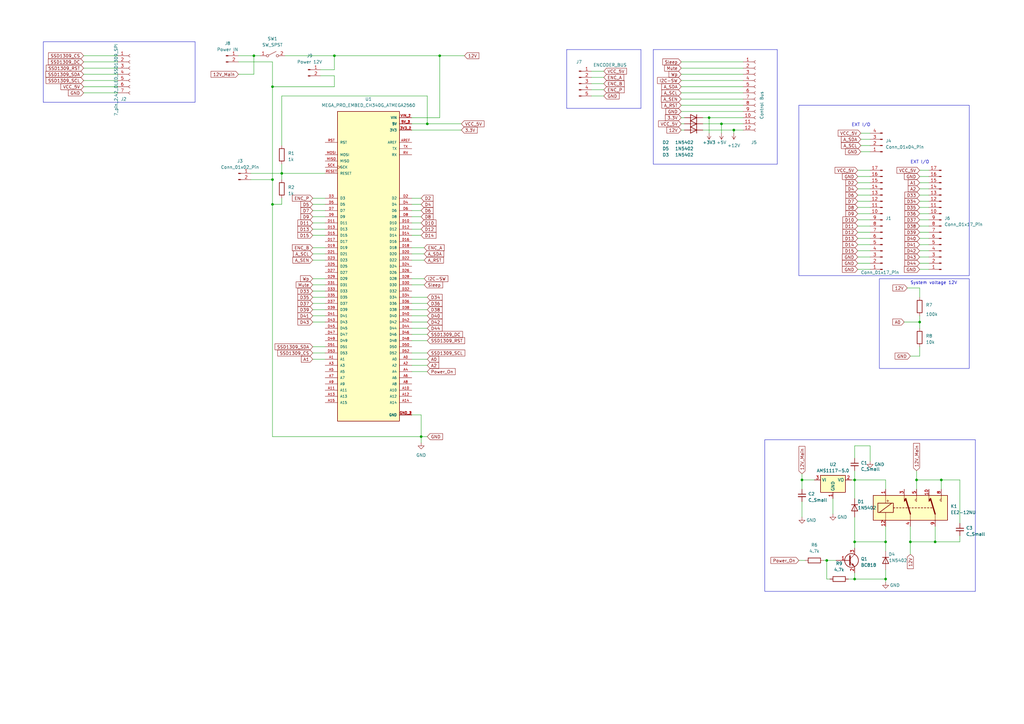
<source format=kicad_sch>
(kicad_sch (version 20231120) (generator "eeschema") (generator_version "8.0")
  (paper "A3")
  (lib_symbols
    (symbol "+5V_1" (power) (pin_names (offset 0))
      (property "Value" "+5V_1" (at 0 3.556 0))
      (symbol "+5V_1_1_1"
        (pin power_in line (at 0 0 90) (length 0) hide (name "+5V") (number "1"))
      )
    )
    (symbol "Connector:Conn_01x02_Male" (pin_names (offset 1.016) hide)
      (property "Reference" "J" (at 0 2.54 0))
      (property "Value" "Conn_01x02_Male" (at 0 -5.08 0))
      (symbol "Conn_01x02_Male_1_1"
        (pin passive line (at 5.08 0 180) (length 3.81) (name "Pin_1") (number "1"))
        (pin passive line (at 5.08 -2.54 180) (length 3.81) (name "Pin_2") (number "2"))
      )
    )
    (symbol "Connector:Conn_01x02_Pin" (pin_names (offset 1.016) hide)
      (property "Reference" "J" (at 0 2.54 0))
      (property "Value" "Conn_01x02_Pin" (at 0 -5.08 0))
      (symbol "Conn_01x02_Pin_1_1"
        (pin passive line (at 5.08 0 180) (length 3.81) (name "Pin_1") (number "1"))
        (pin passive line (at 5.08 -2.54 180) (length 3.81) (name "Pin_2") (number "2"))
      )
    )
    (symbol "Connector:Conn_01x04_Pin" (pin_names (offset 1.016) hide)
      (property "Reference" "J" (at 0 5.08 0))
      (property "Value" "Conn_01x04_Pin" (at 0 -7.62 0))
      (symbol "Conn_01x04_Pin_1_1"
        (pin passive line (at 5.08 2.54 180) (length 3.81) (name "Pin_1") (number "1"))
        (pin passive line (at 5.08 0 180) (length 3.81) (name "Pin_2") (number "2"))
        (pin passive line (at 5.08 -2.54 180) (length 3.81) (name "Pin_3") (number "3"))
        (pin passive line (at 5.08 -5.08 180) (length 3.81) (name "Pin_4") (number "4"))
      )
    )
    (symbol "Connector:Conn_01x05_Male" (pin_names (offset 1.016) hide)
      (property "Reference" "J" (at 0 7.62 0))
      (property "Value" "Conn_01x05_Male" (at 0 -7.62 0))
      (symbol "Conn_01x05_Male_1_1"
        (pin passive line (at 5.08 5.08 180) (length 3.81) (name "Pin_1") (number "1"))
        (pin passive line (at 5.08 2.54 180) (length 3.81) (name "Pin_2") (number "2"))
        (pin passive line (at 5.08 0 180) (length 3.81) (name "Pin_3") (number "3"))
        (pin passive line (at 5.08 -2.54 180) (length 3.81) (name "Pin_4") (number "4"))
        (pin passive line (at 5.08 -5.08 180) (length 3.81) (name "Pin_5") (number "5"))
      )
    )
    (symbol "Connector:Conn_01x07_Female" (pin_names (offset 1.016) hide)
      (property "Reference" "J" (at 0 10.16 0))
      (property "Value" "Conn_01x07_Female" (at 0 -10.16 0))
      (symbol "Conn_01x07_Female_1_1"
        (pin passive line (at -5.08 7.62 0) (length 3.81) (name "Pin_1") (number "1"))
        (pin passive line (at -5.08 5.08 0) (length 3.81) (name "Pin_2") (number "2"))
        (pin passive line (at -5.08 2.54 0) (length 3.81) (name "Pin_3") (number "3"))
        (pin passive line (at -5.08 0 0) (length 3.81) (name "Pin_4") (number "4"))
        (pin passive line (at -5.08 -2.54 0) (length 3.81) (name "Pin_5") (number "5"))
        (pin passive line (at -5.08 -5.08 0) (length 3.81) (name "Pin_6") (number "6"))
        (pin passive line (at -5.08 -7.62 0) (length 3.81) (name "Pin_7") (number "7"))
      )
    )
    (symbol "Connector:Conn_01x12_Female" (pin_names (offset 1.016) hide)
      (property "Reference" "J" (at 0 15.24 0))
      (property "Value" "Conn_01x12_Female" (at 0 -17.78 0))
      (symbol "Conn_01x12_Female_1_1"
        (pin passive line (at -5.08 12.7 0) (length 3.81) (name "Pin_1") (number "1"))
        (pin passive line (at -5.08 -10.16 0) (length 3.81) (name "Pin_10") (number "10"))
        (pin passive line (at -5.08 -12.7 0) (length 3.81) (name "Pin_11") (number "11"))
        (pin passive line (at -5.08 -15.24 0) (length 3.81) (name "Pin_12") (number "12"))
        (pin passive line (at -5.08 10.16 0) (length 3.81) (name "Pin_2") (number "2"))
        (pin passive line (at -5.08 7.62 0) (length 3.81) (name "Pin_3") (number "3"))
        (pin passive line (at -5.08 5.08 0) (length 3.81) (name "Pin_4") (number "4"))
        (pin passive line (at -5.08 2.54 0) (length 3.81) (name "Pin_5") (number "5"))
        (pin passive line (at -5.08 0 0) (length 3.81) (name "Pin_6") (number "6"))
        (pin passive line (at -5.08 -2.54 0) (length 3.81) (name "Pin_7") (number "7"))
        (pin passive line (at -5.08 -5.08 0) (length 3.81) (name "Pin_8") (number "8"))
        (pin passive line (at -5.08 -7.62 0) (length 3.81) (name "Pin_9") (number "9"))
      )
    )
    (symbol "Connector:Conn_01x17_Pin" (pin_names (offset 1.016) hide)
      (property "Reference" "J" (at 0 22.86 0))
      (property "Value" "Conn_01x17_Pin" (at 0 -22.86 0))
      (symbol "Conn_01x17_Pin_1_1"
        (pin passive line (at 5.08 20.32 180) (length 3.81) (name "Pin_1") (number "1"))
        (pin passive line (at 5.08 -2.54 180) (length 3.81) (name "Pin_10") (number "10"))
        (pin passive line (at 5.08 -5.08 180) (length 3.81) (name "Pin_11") (number "11"))
        (pin passive line (at 5.08 -7.62 180) (length 3.81) (name "Pin_12") (number "12"))
        (pin passive line (at 5.08 -10.16 180) (length 3.81) (name "Pin_13") (number "13"))
        (pin passive line (at 5.08 -12.7 180) (length 3.81) (name "Pin_14") (number "14"))
        (pin passive line (at 5.08 -15.24 180) (length 3.81) (name "Pin_15") (number "15"))
        (pin passive line (at 5.08 -17.78 180) (length 3.81) (name "Pin_16") (number "16"))
        (pin passive line (at 5.08 -20.32 180) (length 3.81) (name "Pin_17") (number "17"))
        (pin passive line (at 5.08 17.78 180) (length 3.81) (name "Pin_2") (number "2"))
        (pin passive line (at 5.08 15.24 180) (length 3.81) (name "Pin_3") (number "3"))
        (pin passive line (at 5.08 12.7 180) (length 3.81) (name "Pin_4") (number "4"))
        (pin passive line (at 5.08 10.16 180) (length 3.81) (name "Pin_5") (number "5"))
        (pin passive line (at 5.08 7.62 180) (length 3.81) (name "Pin_6") (number "6"))
        (pin passive line (at 5.08 5.08 180) (length 3.81) (name "Pin_7") (number "7"))
        (pin passive line (at 5.08 2.54 180) (length 3.81) (name "Pin_8") (number "8"))
        (pin passive line (at 5.08 0 180) (length 3.81) (name "Pin_9") (number "9"))
      )
    )
    (symbol "Device:C_Small" (pin_numbers hide) (pin_names (offset 0.254) hide)
      (property "Reference" "C" (at 0.254 1.778 0))
      (property "Value" "C_Small" (at 0.254 -2.032 0))
      (symbol "C_Small_1_1"
        (pin passive line (at 0 2.54 270) (length 2.032) (name "~") (number "1"))
        (pin passive line (at 0 -2.54 90) (length 2.032) (name "~") (number "2"))
      )
    )
    (symbol "Device:R" (pin_numbers hide) (pin_names (offset 0))
      (property "Reference" "R" (at 2.032 0 90))
      (property "Value" "R" (at 0 0 90))
      (symbol "R_1_1"
        (pin passive line (at 0 3.81 270) (length 1.27) (name "~") (number "1"))
        (pin passive line (at 0 -3.81 90) (length 1.27) (name "~") (number "2"))
      )
    )
    (symbol "Diode:1N5402" (pin_numbers hide) (pin_names hide)
      (property "Reference" "D" (at 0 2.54 0))
      (property "Value" "1N5402" (at 0 -2.54 0))
      (symbol "1N5402_1_1"
        (pin passive line (at -3.81 0 0) (length 2.54) (name "K") (number "1"))
        (pin passive line (at 3.81 0 180) (length 2.54) (name "A") (number "2"))
      )
    )
    (symbol "MEGA2560:MEGA_PRO_EMBED_CH340G_ATMEGA2560" (pin_names (offset 1.016))
      (property "Reference" "U" (at -12.7 63.5 0))
      (property "Value" "MEGA_PRO_EMBED_CH340G_{slash}_ATMEGA2560" (at -12.7 -66.04 0))
      (symbol "MEGA_PRO_EMBED_CH340G_ATMEGA2560_0_0"
        (pin power_in line (at 17.78 55.88 180) (length 5.08) (name "3V3") (number "3V3_1"))
        (pin power_in line (at 17.78 55.88 180) (length 5.08) (name "3V3") (number "3V3_2"))
        (pin power_in line (at 17.78 58.42 180) (length 5.08) (name "5V") (number "5V_1"))
        (pin power_in line (at 17.78 58.42 180) (length 5.08) (name "5V") (number "5V_2"))
        (pin power_in line (at 17.78 58.42 180) (length 5.08) (name "5V") (number "5V_3"))
        (pin bidirectional line (at 17.78 -38.1 180) (length 5.08) (name "A0") (number "A0"))
        (pin bidirectional line (at -17.78 -38.1 0) (length 5.08) (name "A1") (number "A1"))
        (pin bidirectional line (at 17.78 -50.8 180) (length 5.08) (name "A10") (number "A10"))
        (pin bidirectional line (at -17.78 -50.8 0) (length 5.08) (name "A11") (number "A11"))
        (pin bidirectional line (at 17.78 -53.34 180) (length 5.08) (name "A12") (number "A12"))
        (pin bidirectional line (at -17.78 -53.34 0) (length 5.08) (name "A13") (number "A13"))
        (pin bidirectional line (at 17.78 -55.88 180) (length 5.08) (name "A14") (number "A14"))
        (pin bidirectional line (at -17.78 -55.88 0) (length 5.08) (name "A15") (number "A15"))
        (pin bidirectional line (at 17.78 -40.64 180) (length 5.08) (name "A2") (number "A2"))
        (pin bidirectional line (at -17.78 -40.64 0) (length 5.08) (name "A3") (number "A3"))
        (pin bidirectional line (at 17.78 -43.18 180) (length 5.08) (name "A4") (number "A4"))
        (pin bidirectional line (at -17.78 -43.18 0) (length 5.08) (name "A5") (number "A5"))
        (pin bidirectional line (at 17.78 -45.72 180) (length 5.08) (name "A6") (number "A6"))
        (pin bidirectional line (at -17.78 -45.72 0) (length 5.08) (name "A7") (number "A7"))
        (pin bidirectional line (at 17.78 -48.26 180) (length 5.08) (name "A8") (number "A8"))
        (pin bidirectional line (at -17.78 -48.26 0) (length 5.08) (name "A9") (number "A9"))
        (pin bidirectional line (at 17.78 50.8 180) (length 5.08) (name "AREF") (number "AREF"))
        (pin bidirectional line (at 17.78 17.78 180) (length 5.08) (name "D10") (number "D10"))
        (pin bidirectional line (at -17.78 17.78 0) (length 5.08) (name "D11") (number "D11"))
        (pin bidirectional line (at 17.78 15.24 180) (length 5.08) (name "D12") (number "D12"))
        (pin bidirectional line (at -17.78 15.24 0) (length 5.08) (name "D13") (number "D13"))
        (pin bidirectional line (at 17.78 12.7 180) (length 5.08) (name "D14") (number "D14"))
        (pin bidirectional line (at -17.78 12.7 0) (length 5.08) (name "D15") (number "D15"))
        (pin bidirectional line (at 17.78 10.16 180) (length 5.08) (name "D16") (number "D16"))
        (pin bidirectional line (at -17.78 10.16 0) (length 5.08) (name "D17") (number "D17"))
        (pin bidirectional line (at 17.78 7.62 180) (length 5.08) (name "D18") (number "D18"))
        (pin bidirectional line (at -17.78 7.62 0) (length 5.08) (name "D19") (number "D19"))
        (pin bidirectional line (at 17.78 27.94 180) (length 5.08) (name "D2") (number "D2"))
        (pin bidirectional line (at 17.78 5.08 180) (length 5.08) (name "D20") (number "D20"))
        (pin bidirectional line (at -17.78 5.08 0) (length 5.08) (name "D21") (number "D21"))
        (pin bidirectional line (at 17.78 2.54 180) (length 5.08) (name "D22") (number "D22"))
        (pin bidirectional line (at -17.78 2.54 0) (length 5.08) (name "D23") (number "D23"))
        (pin bidirectional line (at 17.78 0 180) (length 5.08) (name "D24") (number "D24"))
        (pin bidirectional line (at -17.78 0 0) (length 5.08) (name "D25") (number "D25"))
        (pin bidirectional line (at 17.78 -2.54 180) (length 5.08) (name "D26") (number "D26"))
        (pin bidirectional line (at -17.78 -2.54 0) (length 5.08) (name "D27") (number "D27"))
        (pin bidirectional line (at 17.78 -5.08 180) (length 5.08) (name "D28") (number "D28"))
        (pin bidirectional line (at -17.78 -5.08 0) (length 5.08) (name "D29") (number "D29"))
        (pin bidirectional line (at -17.78 27.94 0) (length 5.08) (name "D3") (number "D3"))
        (pin bidirectional line (at 17.78 -7.62 180) (length 5.08) (name "D30") (number "D30"))
        (pin bidirectional line (at -17.78 -7.62 0) (length 5.08) (name "D31") (number "D31"))
        (pin bidirectional line (at 17.78 -10.16 180) (length 5.08) (name "D32") (number "D32"))
        (pin bidirectional line (at -17.78 -10.16 0) (length 5.08) (name "D33") (number "D33"))
        (pin bidirectional line (at 17.78 -12.7 180) (length 5.08) (name "D34") (number "D34"))
        (pin bidirectional line (at -17.78 -12.7 0) (length 5.08) (name "D35") (number "D35"))
        (pin bidirectional line (at 17.78 -15.24 180) (length 5.08) (name "D36") (number "D36"))
        (pin bidirectional line (at -17.78 -15.24 0) (length 5.08) (name "D37") (number "D37"))
        (pin bidirectional line (at 17.78 -17.78 180) (length 5.08) (name "D38") (number "D38"))
        (pin bidirectional line (at -17.78 -17.78 0) (length 5.08) (name "D39") (number "D39"))
        (pin bidirectional line (at 17.78 25.4 180) (length 5.08) (name "D4") (number "D4"))
        (pin bidirectional line (at 17.78 -20.32 180) (length 5.08) (name "D40") (number "D40"))
        (pin bidirectional line (at -17.78 -20.32 0) (length 5.08) (name "D41") (number "D41"))
        (pin bidirectional line (at 17.78 -22.86 180) (length 5.08) (name "D42") (number "D42"))
        (pin bidirectional line (at -17.78 -22.86 0) (length 5.08) (name "D43") (number "D43"))
        (pin bidirectional line (at 17.78 -25.4 180) (length 5.08) (name "D44") (number "D44"))
        (pin bidirectional line (at -17.78 -25.4 0) (length 5.08) (name "D45") (number "D45"))
        (pin bidirectional line (at 17.78 -27.94 180) (length 5.08) (name "D46") (number "D46"))
        (pin bidirectional line (at -17.78 -27.94 0) (length 5.08) (name "D47") (number "D47"))
        (pin bidirectional line (at 17.78 -30.48 180) (length 5.08) (name "D48") (number "D48"))
        (pin bidirectional line (at -17.78 -30.48 0) (length 5.08) (name "D49") (number "D49"))
        (pin bidirectional line (at -17.78 25.4 0) (length 5.08) (name "D5") (number "D5"))
        (pin bidirectional line (at 17.78 -33.02 180) (length 5.08) (name "D50") (number "D50"))
        (pin bidirectional line (at -17.78 -33.02 0) (length 5.08) (name "D51") (number "D51"))
        (pin bidirectional line (at 17.78 -35.56 180) (length 5.08) (name "D52") (number "D52"))
        (pin bidirectional line (at -17.78 -35.56 0) (length 5.08) (name "D53") (number "D53"))
        (pin bidirectional line (at 17.78 22.86 180) (length 5.08) (name "D6") (number "D6"))
        (pin bidirectional line (at -17.78 22.86 0) (length 5.08) (name "D7") (number "D7"))
        (pin bidirectional line (at 17.78 20.32 180) (length 5.08) (name "D8") (number "D8"))
        (pin bidirectional line (at -17.78 20.32 0) (length 5.08) (name "D9") (number "D9"))
        (pin power_in line (at 17.78 -60.96 180) (length 5.08) (name "GND") (number "GND_1"))
        (pin power_in line (at 17.78 -60.96 180) (length 5.08) (name "GND") (number "GND_2"))
        (pin power_in line (at 17.78 -60.96 180) (length 5.08) (name "GND") (number "GND_3"))
        (pin bidirectional line (at -17.78 43.18 0) (length 5.08) (name "MISO") (number "MISO"))
        (pin bidirectional line (at -17.78 45.72 0) (length 5.08) (name "MOSI") (number "MOSI"))
        (pin input line (at -17.78 38.1 0) (length 5.08) (name "RESET") (number "RESET"))
        (pin input line (at -17.78 50.8 0) (length 5.08) (name "RST") (number "RST"))
        (pin input line (at 17.78 45.72 180) (length 5.08) (name "RX") (number "RX"))
        (pin bidirectional clock (at -17.78 40.64 0) (length 5.08) (name "SCK") (number "SCK"))
        (pin output line (at 17.78 48.26 180) (length 5.08) (name "TX") (number "TX"))
        (pin power_in line (at 17.78 60.96 180) (length 5.08) (name "VIN") (number "VIN_1"))
        (pin power_in line (at 17.78 60.96 180) (length 5.08) (name "VIN") (number "VIN_2"))
      )
    )
    (symbol "Regulator_Linear:AMS1117-5.0"
      (property "Reference" "U" (at -3.81 3.175 0))
      (property "Value" "AMS1117-5.0" (at 0 3.175 0))
      (symbol "AMS1117-5.0_1_1"
        (pin power_in line (at 0 -7.62 90) (length 2.54) (name "GND") (number "1"))
        (pin power_out line (at 7.62 0 180) (length 2.54) (name "VO") (number "2"))
        (pin power_in line (at -7.62 0 0) (length 2.54) (name "VI") (number "3"))
      )
    )
    (symbol "Relay:EE2-12NU"
      (property "Reference" "K" (at 15.24 8.89 0))
      (property "Value" "EE2-12NU" (at 19.05 6.35 0))
      (symbol "EE2-12NU_1_1"
        (text "+" (at -9.271 2.921 0) (effects (font (size 1.27 1.27))))
        (pin passive line (at -10.16 7.62 270) (length 2.54) (name "~") (number "1"))
        (pin passive line (at 7.62 7.62 270) (length 2.54) (name "~") (number "10"))
        (pin passive line (at -10.16 -7.62 90) (length 2.54) (name "~") (number "12"))
        (pin passive line (at -2.54 7.62 270) (length 2.54) (name "~") (number "3"))
        (pin passive line (at 0 -7.62 90) (length 2.54) (name "~") (number "4"))
        (pin passive line (at 2.54 7.62 270) (length 2.54) (name "~") (number "5"))
        (pin passive line (at 12.7 7.62 270) (length 2.54) (name "~") (number "8"))
        (pin passive line (at 10.16 -7.62 90) (length 2.54) (name "~") (number "9"))
      )
    )
    (symbol "Switch:SW_SPST" (pin_names (offset 0) hide)
      (property "Reference" "SW" (at 0 3.175 0))
      (property "Value" "SW_SPST" (at 0 -2.54 0))
      (symbol "SW_SPST_1_1"
        (pin passive line (at -5.08 0 0) (length 2.54) (name "A") (number "1"))
        (pin passive line (at 5.08 0 180) (length 2.54) (name "B") (number "2"))
      )
    )
    (symbol "Transistor_BJT:BC818" (pin_names (offset 0) hide)
      (property "Reference" "Q" (at 5.08 1.905 0))
      (property "Value" "BC818" (at 5.08 0 0))
      (symbol "BC818_1_1"
        (pin input line (at -5.08 0 0) (length 5.715) (name "B") (number "1"))
        (pin passive line (at 2.54 -5.08 90) (length 2.54) (name "E") (number "2"))
        (pin passive line (at 2.54 5.08 270) (length 2.54) (name "C") (number "3"))
      )
    )
    (symbol "power:+12V" (power) (pin_names (offset 0))
      (property "Value" "+12V" (at 0 3.556 0))
      (symbol "+12V_1_1"
        (pin power_in line (at 0 0 90) (length 0) hide (name "+12V") (number "1"))
      )
    )
    (symbol "power:+3.3V" (power) (pin_names (offset 0))
      (property "Value" "+3.3V" (at 0 3.556 0))
      (symbol "+3.3V_1_1"
        (pin power_in line (at 0 0 90) (length 0) hide (name "+3V3") (number "1"))
      )
    )
    (symbol "power:GND" (power) (pin_names (offset 0))
      (property "Value" "GND" (at 0 -3.81 0))
      (symbol "GND_1_1"
        (pin power_in line (at 0 0 270) (length 0) hide (name "GND") (number "1"))
      )
    )
  )
  (junction (at 295.91 50.8))
  (junction (at 180.34 22.86))
  (junction (at 172.72 179.07))
  (junction (at 375.92 196.85))
  (junction (at 111.76 73.66))
  (junction (at 373.38 222.25))
  (junction (at 339.09 229.87))
  (junction (at 111.76 83.82))
  (junction (at 115.57 71.12))
  (junction (at 383.54 222.25))
  (junction (at 111.76 35.56))
  (junction (at 386.08 196.85))
  (junction (at 290.83 48.26))
  (junction (at 104.14 22.86))
  (junction (at 350.52 237.49))
  (junction (at 137.16 22.86))
  (junction (at 363.22 222.25))
  (junction (at 328.93 196.85))
  (junction (at 350.52 222.25))
  (junction (at 300.99 53.34))
  (junction (at 377.19 132.08))
  (junction (at 363.22 237.49))
  (junction (at 350.52 196.85))
  (junction (at 175.26 50.8))
  (wire (pts (xy 304.8 48.26) (xy 290.83 48.26)))
  (wire (pts (xy 280.67 53.34) (xy 279.4 53.34)))
  (wire (pts (xy 128.27 88.9) (xy 133.35 88.9)))
  (polyline (pts (xy 327.66 43.18) (xy 397.51 43.18)))
  (wire (pts (xy 168.91 50.8) (xy 175.26 50.8)))
  (polyline (pts (xy 318.77 67.31) (xy 267.97 67.31)))
  (wire (pts (xy 386.08 196.85) (xy 386.08 200.66)))
  (wire (pts (xy 373.38 215.9) (xy 373.38 222.25)))
  (wire (pts (xy 327.66 229.87) (xy 330.2 229.87)))
  (wire (pts (xy 97.79 30.48) (xy 104.14 30.48)))
  (polyline (pts (xy 397.51 113.03) (xy 397.51 43.18)))
  (wire (pts (xy 381 102.87) (xy 377.19 102.87)))
  (wire (pts (xy 115.57 39.37) (xy 115.57 59.69)))
  (polyline (pts (xy 267.97 20.32) (xy 267.97 67.31)))
  (wire (pts (xy 328.93 205.74) (xy 328.93 212.09)))
  (polyline (pts (xy 232.41 20.32) (xy 262.89 20.32)))
  (wire (pts (xy 300.99 53.34) (xy 300.99 54.61)))
  (wire (pts (xy 356.87 182.88) (xy 350.52 182.88)))
  (wire (pts (xy 351.79 69.85) (xy 356.87 69.85)))
  (wire (pts (xy 350.52 193.04) (xy 350.52 196.85)))
  (wire (pts (xy 350.52 212.09) (xy 350.52 222.25)))
  (wire (pts (xy 290.83 54.61) (xy 290.83 48.26)))
  (wire (pts (xy 34.29 22.86) (xy 48.26 22.86)))
  (wire (pts (xy 351.79 97.79) (xy 356.87 97.79)))
  (wire (pts (xy 351.79 74.93) (xy 356.87 74.93)))
  (wire (pts (xy 168.91 139.7) (xy 175.26 139.7)))
  (wire (pts (xy 350.52 196.85) (xy 363.22 196.85)))
  (wire (pts (xy 381 80.01) (xy 377.19 80.01)))
  (wire (pts (xy 128.27 116.84) (xy 133.35 116.84)))
  (polyline (pts (xy 267.97 20.32) (xy 318.77 20.32)))
  (wire (pts (xy 168.91 152.4) (xy 175.26 152.4)))
  (wire (pts (xy 172.72 179.07) (xy 175.26 179.07)))
  (wire (pts (xy 393.7 222.25) (xy 383.54 222.25)))
  (wire (pts (xy 377.19 132.08) (xy 377.19 134.62)))
  (wire (pts (xy 373.38 146.05) (xy 377.19 146.05)))
  (wire (pts (xy 375.92 193.04) (xy 375.92 196.85)))
  (wire (pts (xy 128.27 124.46) (xy 133.35 124.46)))
  (wire (pts (xy 350.52 204.47) (xy 350.52 196.85)))
  (wire (pts (xy 353.06 57.15) (xy 356.87 57.15)))
  (wire (pts (xy 363.22 237.49) (xy 363.22 233.68)))
  (wire (pts (xy 353.06 62.23) (xy 356.87 62.23)))
  (wire (pts (xy 168.91 53.34) (xy 189.23 53.34)))
  (wire (pts (xy 377.19 77.47) (xy 381 77.47)))
  (wire (pts (xy 381 90.17) (xy 377.19 90.17)))
  (wire (pts (xy 34.29 30.48) (xy 48.26 30.48)))
  (wire (pts (xy 102.87 71.12) (xy 115.57 71.12)))
  (wire (pts (xy 242.57 39.37) (xy 247.65 39.37)))
  (wire (pts (xy 180.34 48.26) (xy 180.34 22.86)))
  (wire (pts (xy 381 100.33) (xy 377.19 100.33)))
  (wire (pts (xy 115.57 71.12) (xy 133.35 71.12)))
  (wire (pts (xy 168.91 104.14) (xy 173.99 104.14)))
  (wire (pts (xy 304.8 40.64) (xy 279.4 40.64)))
  (wire (pts (xy 349.25 196.85) (xy 350.52 196.85)))
  (polyline (pts (xy 80.01 41.91) (xy 80.01 17.145)))
  (wire (pts (xy 350.52 222.25) (xy 363.22 222.25)))
  (wire (pts (xy 356.87 182.88) (xy 356.87 189.23)))
  (wire (pts (xy 128.27 142.24) (xy 133.35 142.24)))
  (polyline (pts (xy 262.89 20.32) (xy 262.89 44.45)))
  (wire (pts (xy 381 92.71) (xy 377.19 92.71)))
  (wire (pts (xy 304.8 45.72) (xy 279.4 45.72)))
  (wire (pts (xy 128.27 91.44) (xy 133.35 91.44)))
  (wire (pts (xy 115.57 81.28) (xy 115.57 83.82)))
  (wire (pts (xy 137.16 28.575) (xy 137.16 22.86)))
  (wire (pts (xy 128.27 144.78) (xy 133.35 144.78)))
  (wire (pts (xy 383.54 215.9) (xy 383.54 222.25)))
  (wire (pts (xy 353.06 59.69) (xy 356.87 59.69)))
  (wire (pts (xy 351.79 90.17) (xy 356.87 90.17)))
  (wire (pts (xy 128.27 81.28) (xy 133.35 81.28)))
  (wire (pts (xy 97.79 22.86) (xy 104.14 22.86)))
  (wire (pts (xy 168.91 124.46) (xy 175.26 124.46)))
  (wire (pts (xy 168.91 48.26) (xy 180.34 48.26)))
  (wire (pts (xy 128.27 106.68) (xy 133.35 106.68)))
  (wire (pts (xy 351.79 110.49) (xy 356.87 110.49)))
  (wire (pts (xy 393.7 219.71) (xy 393.7 222.25)))
  (wire (pts (xy 377.19 69.85) (xy 381 69.85)))
  (wire (pts (xy 111.76 73.66) (xy 111.76 35.56)))
  (wire (pts (xy 341.63 204.47) (xy 341.63 210.82)))
  (wire (pts (xy 168.91 114.3) (xy 173.99 114.3)))
  (wire (pts (xy 34.29 27.94) (xy 48.26 27.94)))
  (wire (pts (xy 381 107.95) (xy 377.19 107.95)))
  (wire (pts (xy 381 85.09) (xy 377.19 85.09)))
  (wire (pts (xy 168.91 86.36) (xy 172.72 86.36)))
  (wire (pts (xy 381 97.79) (xy 377.19 97.79)))
  (wire (pts (xy 131.445 31.115) (xy 137.16 31.115)))
  (wire (pts (xy 300.99 53.34) (xy 288.29 53.34)))
  (wire (pts (xy 128.27 114.3) (xy 133.35 114.3)))
  (wire (pts (xy 377.19 74.93) (xy 381 74.93)))
  (wire (pts (xy 350.52 182.88) (xy 350.52 187.96)))
  (polyline (pts (xy 17.78 17.145) (xy 17.78 41.91)))
  (wire (pts (xy 102.87 73.66) (xy 111.76 73.66)))
  (wire (pts (xy 168.91 101.6) (xy 173.99 101.6)))
  (wire (pts (xy 128.27 121.92) (xy 133.35 121.92)))
  (wire (pts (xy 128.27 127) (xy 133.35 127)))
  (wire (pts (xy 128.27 147.32) (xy 133.35 147.32)))
  (wire (pts (xy 351.79 77.47) (xy 356.87 77.47)))
  (wire (pts (xy 168.91 137.16) (xy 175.26 137.16)))
  (wire (pts (xy 363.22 222.25) (xy 363.22 226.06)))
  (wire (pts (xy 290.83 48.26) (xy 288.29 48.26)))
  (wire (pts (xy 295.91 50.8) (xy 288.29 50.8)))
  (wire (pts (xy 34.29 25.4) (xy 48.26 25.4)))
  (wire (pts (xy 393.7 196.85) (xy 386.08 196.85)))
  (wire (pts (xy 279.4 25.4) (xy 304.8 25.4)))
  (wire (pts (xy 128.27 93.98) (xy 133.35 93.98)))
  (wire (pts (xy 340.36 237.49) (xy 339.09 237.49)))
  (wire (pts (xy 304.8 43.18) (xy 279.4 43.18)))
  (wire (pts (xy 168.91 93.98) (xy 172.72 93.98)))
  (wire (pts (xy 304.8 53.34) (xy 300.99 53.34)))
  (polyline (pts (xy 327.66 113.03) (xy 397.51 113.03)))
  (wire (pts (xy 168.91 170.18) (xy 172.72 170.18)))
  (wire (pts (xy 168.91 116.84) (xy 173.99 116.84)))
  (wire (pts (xy 339.09 229.87) (xy 342.9 229.87)))
  (wire (pts (xy 351.79 102.87) (xy 356.87 102.87)))
  (wire (pts (xy 351.79 92.71) (xy 356.87 92.71)))
  (wire (pts (xy 351.79 100.33) (xy 356.87 100.33)))
  (wire (pts (xy 370.84 132.08) (xy 377.19 132.08)))
  (wire (pts (xy 328.93 196.85) (xy 334.01 196.85)))
  (wire (pts (xy 381 105.41) (xy 377.19 105.41)))
  (polyline (pts (xy 262.89 44.45) (xy 232.41 44.45)))
  (polyline (pts (xy 232.41 20.32) (xy 232.41 44.45)))
  (wire (pts (xy 168.91 96.52) (xy 172.72 96.52)))
  (wire (pts (xy 280.67 48.26) (xy 279.4 48.26)))
  (wire (pts (xy 168.91 88.9) (xy 172.72 88.9)))
  (wire (pts (xy 351.79 95.25) (xy 356.87 95.25)))
  (wire (pts (xy 242.57 31.75) (xy 247.65 31.75)))
  (wire (pts (xy 34.29 35.56) (xy 48.26 35.56)))
  (wire (pts (xy 363.22 196.85) (xy 363.22 200.66)))
  (wire (pts (xy 351.79 87.63) (xy 356.87 87.63)))
  (wire (pts (xy 304.8 30.48) (xy 279.4 30.48)))
  (wire (pts (xy 381 82.55) (xy 377.19 82.55)))
  (wire (pts (xy 104.14 22.86) (xy 106.68 22.86)))
  (wire (pts (xy 175.26 50.8) (xy 175.26 39.37)))
  (wire (pts (xy 168.91 83.82) (xy 172.72 83.82)))
  (wire (pts (xy 137.16 22.86) (xy 180.34 22.86)))
  (wire (pts (xy 377.19 110.49) (xy 381 110.49)))
  (wire (pts (xy 128.27 83.82) (xy 133.35 83.82)))
  (wire (pts (xy 168.91 106.68) (xy 173.99 106.68)))
  (wire (pts (xy 337.82 229.87) (xy 339.09 229.87)))
  (wire (pts (xy 168.91 81.28) (xy 172.72 81.28)))
  (wire (pts (xy 137.16 31.115) (xy 137.16 35.56)))
  (wire (pts (xy 168.91 134.62) (xy 175.26 134.62)))
  (wire (pts (xy 350.52 237.49) (xy 363.22 237.49)))
  (wire (pts (xy 128.27 96.52) (xy 133.35 96.52)))
  (wire (pts (xy 372.11 118.11) (xy 377.19 118.11)))
  (wire (pts (xy 353.06 54.61) (xy 356.87 54.61)))
  (wire (pts (xy 128.27 86.36) (xy 133.35 86.36)))
  (wire (pts (xy 168.91 129.54) (xy 175.26 129.54)))
  (wire (pts (xy 351.79 107.95) (xy 356.87 107.95)))
  (wire (pts (xy 242.57 34.29) (xy 247.65 34.29)))
  (wire (pts (xy 393.7 214.63) (xy 393.7 196.85)))
  (wire (pts (xy 377.19 129.54) (xy 377.19 132.08)))
  (wire (pts (xy 168.91 144.78) (xy 175.26 144.78)))
  (wire (pts (xy 104.14 30.48) (xy 104.14 22.86)))
  (wire (pts (xy 295.91 54.61) (xy 295.91 50.8)))
  (wire (pts (xy 377.19 118.11) (xy 377.19 121.92)))
  (polyline (pts (xy 17.78 41.91) (xy 80.01 41.91)))
  (polyline (pts (xy 17.78 41.91) (xy 17.78 41.91)))
  (wire (pts (xy 304.8 38.1) (xy 279.4 38.1)))
  (wire (pts (xy 111.76 25.4) (xy 111.76 35.56)))
  (wire (pts (xy 115.57 71.12) (xy 115.57 73.66)))
  (wire (pts (xy 175.26 39.37) (xy 115.57 39.37)))
  (polyline (pts (xy 318.77 20.32) (xy 318.77 67.31)))
  (wire (pts (xy 375.92 196.85) (xy 375.92 200.66)))
  (wire (pts (xy 304.8 35.56) (xy 279.4 35.56)))
  (wire (pts (xy 351.79 82.55) (xy 356.87 82.55)))
  (wire (pts (xy 383.54 222.25) (xy 373.38 222.25)))
  (wire (pts (xy 351.79 80.01) (xy 356.87 80.01)))
  (wire (pts (xy 351.79 105.41) (xy 356.87 105.41)))
  (polyline (pts (xy 327.66 43.18) (xy 327.66 113.03)))
  (wire (pts (xy 350.52 224.79) (xy 350.52 222.25)))
  (wire (pts (xy 304.8 33.02) (xy 279.4 33.02)))
  (polyline (pts (xy 80.01 17.145) (xy 17.78 17.145)))
  (wire (pts (xy 172.72 170.18) (xy 172.72 179.07)))
  (wire (pts (xy 128.27 119.38) (xy 133.35 119.38)))
  (wire (pts (xy 328.93 196.85) (xy 328.93 200.66)))
  (wire (pts (xy 111.76 25.4) (xy 97.79 25.4)))
  (wire (pts (xy 328.93 194.31) (xy 328.93 196.85)))
  (wire (pts (xy 115.57 67.31) (xy 115.57 71.12)))
  (wire (pts (xy 128.27 129.54) (xy 133.35 129.54)))
  (wire (pts (xy 280.67 50.8) (xy 279.4 50.8)))
  (wire (pts (xy 386.08 196.85) (xy 375.92 196.85)))
  (wire (pts (xy 377.19 72.39) (xy 381 72.39)))
  (wire (pts (xy 111.76 179.07) (xy 172.72 179.07)))
  (wire (pts (xy 168.91 91.44) (xy 172.72 91.44)))
  (wire (pts (xy 377.19 87.63) (xy 381 87.63)))
  (wire (pts (xy 116.84 22.86) (xy 137.16 22.86)))
  (wire (pts (xy 128.27 132.08) (xy 133.35 132.08)))
  (wire (pts (xy 168.91 147.32) (xy 175.26 147.32)))
  (wire (pts (xy 168.91 127) (xy 175.26 127)))
  (wire (pts (xy 111.76 83.82) (xy 111.76 73.66)))
  (wire (pts (xy 363.22 237.49) (xy 363.22 238.76)))
  (wire (pts (xy 111.76 179.07) (xy 111.76 83.82)))
  (wire (pts (xy 304.8 27.94) (xy 279.4 27.94)))
  (wire (pts (xy 34.29 33.02) (xy 48.26 33.02)))
  (wire (pts (xy 180.34 22.86) (xy 190.5 22.86)))
  (wire (pts (xy 115.57 83.82) (xy 111.76 83.82)))
  (wire (pts (xy 131.445 28.575) (xy 137.16 28.575)))
  (wire (pts (xy 347.98 237.49) (xy 350.52 237.49)))
  (wire (pts (xy 242.57 36.83) (xy 247.65 36.83)))
  (wire (pts (xy 295.91 50.8) (xy 304.8 50.8)))
  (wire (pts (xy 350.52 234.95) (xy 350.52 237.49)))
  (wire (pts (xy 168.91 121.92) (xy 175.26 121.92)))
  (wire (pts (xy 351.79 85.09) (xy 356.87 85.09)))
  (wire (pts (xy 128.27 101.6) (xy 133.35 101.6)))
  (wire (pts (xy 377.19 142.24) (xy 377.19 146.05)))
  (wire (pts (xy 128.27 104.14) (xy 133.35 104.14)))
  (wire (pts (xy 339.09 237.49) (xy 339.09 229.87)))
  (wire (pts (xy 168.91 149.86) (xy 175.26 149.86)))
  (wire (pts (xy 373.38 222.25) (xy 373.38 227.33)))
  (wire (pts (xy 381 95.25) (xy 377.19 95.25)))
  (wire (pts (xy 137.16 35.56) (xy 111.76 35.56)))
  (wire (pts (xy 175.26 50.8) (xy 189.23 50.8)))
  (wire (pts (xy 34.29 38.1) (xy 48.26 38.1)))
  (wire (pts (xy 172.72 179.07) (xy 172.72 181.61)))
  (wire (pts (xy 351.79 72.39) (xy 356.87 72.39)))
  (wire (pts (xy 168.91 132.08) (xy 175.26 132.08)))
  (wire (pts (xy 363.22 215.9) (xy 363.22 222.25)))
  (wire (pts (xy 242.57 29.21) (xy 247.65 29.21)))
  (rectangle (start 313.69 180.34) (end 400.05 242.57))
  (rectangle (start 360.68 114.3) (end 397.51 151.13))
  (text "System voltage 12V" (at 373.38 116.84 0) (effects (font (size 1.27 1.27)) (justify left bottom)))
  (text "EXT I/O" (at 349.25 52.07 0) (effects (font (size 1.27 1.27)) (justify left bottom)))
  (text "EXT I/O" (at 373.38 67.31 0) (effects (font (size 1.27 1.27)) (justify left bottom)))
  (global_label "D6" (shape input) (at 351.79 80.01 180) (property "Intersheetrefs" "${INTERSHEET_REFS}" (effects (hide yes))))
  (global_label "D38" (shape input) (at 377.19 92.71 180) (property "Intersheetrefs" "${INTERSHEET_REFS}" (effects (hide yes))))
  (global_label "D8" (shape input) (at 351.79 85.09 180) (property "Intersheetrefs" "${INTERSHEET_REFS}" (effects (hide yes))))
  (global_label "D35" (shape input) (at 377.19 85.09 180) (property "Intersheetrefs" "${INTERSHEET_REFS}" (effects (hide yes))))
  (global_label "12V" (shape input) (at 279.4 53.34 180) (property "Intersheetrefs" "${INTERSHEET_REFS}" (effects (hide yes))))
  (global_label "ENC_A" (shape input) (at 247.65 31.75 0) (property "Intersheetrefs" "${INTERSHEET_REFS}" (effects (hide yes))))
  (global_label "D33" (shape input) (at 128.27 119.38 180) (property "Intersheetrefs" "${INTERSHEET_REFS}" (effects (hide yes))))
  (global_label "D34" (shape input) (at 175.26 121.92 0) (property "Intersheetrefs" "${INTERSHEET_REFS}" (effects (hide yes))))
  (global_label "12V" (shape input) (at 190.5 22.86 0) (property "Intersheetrefs" "${INTERSHEET_REFS}" (effects (hide yes))))
  (global_label "D11" (shape input) (at 128.27 91.44 180) (property "Intersheetrefs" "${INTERSHEET_REFS}" (effects (hide yes))))
  (global_label "D2" (shape input) (at 172.72 81.28 0) (property "Intersheetrefs" "${INTERSHEET_REFS}" (effects (hide yes))))
  (global_label "VCC_5V" (shape input) (at 247.65 29.21 0) (property "Intersheetrefs" "${INTERSHEET_REFS}" (effects (hide yes))))
  (global_label "D7" (shape input) (at 351.79 82.55 180) (property "Intersheetrefs" "${INTERSHEET_REFS}" (effects (hide yes))))
  (global_label "A1" (shape input) (at 128.27 147.32 180) (property "Intersheetrefs" "${INTERSHEET_REFS}" (effects (hide yes))))
  (global_label "SSD1309_SCL" (shape input) (at 175.26 144.78 0) (property "Intersheetrefs" "${INTERSHEET_REFS}" (effects (hide yes))))
  (global_label "D41" (shape input) (at 128.27 129.54 180) (property "Intersheetrefs" "${INTERSHEET_REFS}" (effects (hide yes))))
  (global_label "GND" (shape input) (at 247.65 39.37 0) (property "Intersheetrefs" "${INTERSHEET_REFS}" (effects (hide yes))))
  (global_label "D35" (shape input) (at 128.27 121.92 180) (property "Intersheetrefs" "${INTERSHEET_REFS}" (effects (hide yes))))
  (global_label "D39" (shape input) (at 128.27 127 180) (property "Intersheetrefs" "${INTERSHEET_REFS}" (effects (hide yes))))
  (global_label "SSD1309_RST" (shape input) (at 175.26 139.7 0) (property "Intersheetrefs" "${INTERSHEET_REFS}" (effects (hide yes))))
  (global_label "SSD1309_CS" (shape input) (at 128.27 144.78 180) (property "Intersheetrefs" "${INTERSHEET_REFS}" (effects (hide yes))))
  (global_label "GND" (shape input) (at 351.79 72.39 180) (property "Intersheetrefs" "${INTERSHEET_REFS}" (effects (hide yes))))
  (global_label "GND" (shape input) (at 175.26 179.07 0) (property "Intersheetrefs" "${INTERSHEET_REFS}" (effects (hide yes))))
  (global_label "D12" (shape input) (at 351.79 95.25 180) (property "Intersheetrefs" "${INTERSHEET_REFS}" (effects (hide yes))))
  (global_label "D13" (shape input) (at 128.27 93.98 180) (property "Intersheetrefs" "${INTERSHEET_REFS}" (effects (hide yes))))
  (global_label "GND" (shape input) (at 34.29 38.1 180) (property "Intersheetrefs" "${INTERSHEET_REFS}" (effects (hide yes))))
  (global_label "D7" (shape input) (at 128.27 86.36 180) (property "Intersheetrefs" "${INTERSHEET_REFS}" (effects (hide yes))))
  (global_label "GND" (shape input) (at 351.79 105.41 180) (property "Intersheetrefs" "${INTERSHEET_REFS}" (effects (hide yes))))
  (global_label "D4" (shape input) (at 172.72 83.82 0) (property "Intersheetrefs" "${INTERSHEET_REFS}" (effects (hide yes))))
  (global_label "12V_Main" (shape input) (at 375.92 193.04 90) (property "Intersheetrefs" "${INTERSHEET_REFS}" (effects (hide yes))))
  (global_label "VCC_5V" (shape input) (at 353.06 54.61 180) (property "Intersheetrefs" "${INTERSHEET_REFS}" (effects (hide yes))))
  (global_label "D15" (shape input) (at 351.79 102.87 180) (property "Intersheetrefs" "${INTERSHEET_REFS}" (effects (hide yes))))
  (global_label "Mute" (shape input) (at 279.4 27.94 180) (property "Intersheetrefs" "${INTERSHEET_REFS}" (effects (hide yes))))
  (global_label "12V_Main" (shape input) (at 97.79 30.48 180) (property "Intersheetrefs" "${INTERSHEET_REFS}" (effects (hide yes))))
  (global_label "GND" (shape input) (at 373.38 146.05 180) (property "Intersheetrefs" "${INTERSHEET_REFS}" (effects (hide yes))))
  (global_label "D14" (shape input) (at 172.72 96.52 0) (property "Intersheetrefs" "${INTERSHEET_REFS}" (effects (hide yes))))
  (global_label "D40" (shape input) (at 377.19 97.79 180) (property "Intersheetrefs" "${INTERSHEET_REFS}" (effects (hide yes))))
  (global_label "ENC_P" (shape input) (at 128.27 81.28 180) (property "Intersheetrefs" "${INTERSHEET_REFS}" (effects (hide yes))))
  (global_label "GND" (shape input) (at 377.19 72.39 180) (property "Intersheetrefs" "${INTERSHEET_REFS}" (effects (hide yes))))
  (global_label "A_SEN" (shape input) (at 279.4 40.64 180) (property "Intersheetrefs" "${INTERSHEET_REFS}" (effects (hide yes))))
  (global_label "Mute" (shape input) (at 128.27 116.84 180) (property "Intersheetrefs" "${INTERSHEET_REFS}" (effects (hide yes))))
  (global_label "SSD1309_DC" (shape input) (at 175.26 137.16 0) (property "Intersheetrefs" "${INTERSHEET_REFS}" (effects (hide yes))))
  (global_label "VCC_5V" (shape input) (at 189.23 50.8 0) (property "Intersheetrefs" "${INTERSHEET_REFS}" (effects (hide yes))))
  (global_label "VCC_5V" (shape input) (at 377.19 69.85 180) (property "Intersheetrefs" "${INTERSHEET_REFS}" (effects (hide yes))))
  (global_label "D9" (shape input) (at 128.27 88.9 180) (property "Intersheetrefs" "${INTERSHEET_REFS}" (effects (hide yes))))
  (global_label "VCC_5V" (shape input) (at 351.79 69.85 180) (property "Intersheetrefs" "${INTERSHEET_REFS}" (effects (hide yes))))
  (global_label "A_SCL" (shape input) (at 353.06 59.69 180) (property "Intersheetrefs" "${INTERSHEET_REFS}" (effects (hide yes))))
  (global_label "A_RST" (shape input) (at 173.99 106.68 0) (property "Intersheetrefs" "${INTERSHEET_REFS}" (effects (hide yes))))
  (global_label "A_SDA" (shape input) (at 173.99 104.14 0) (property "Intersheetrefs" "${INTERSHEET_REFS}" (effects (hide yes))))
  (global_label "A2" (shape input) (at 175.26 149.86 0) (property "Intersheetrefs" "${INTERSHEET_REFS}" (effects (hide yes))))
  (global_label "D38" (shape input) (at 175.26 127 0) (property "Intersheetrefs" "${INTERSHEET_REFS}" (effects (hide yes))))
  (global_label "Power_On" (shape input) (at 327.66 229.87 180) (property "Intersheetrefs" "${INTERSHEET_REFS}" (effects (hide yes))))
  (global_label "A2" (shape input) (at 377.19 77.47 180) (property "Intersheetrefs" "${INTERSHEET_REFS}" (effects (hide yes))))
  (global_label "D37" (shape input) (at 377.19 90.17 180) (property "Intersheetrefs" "${INTERSHEET_REFS}" (effects (hide yes))))
  (global_label "GND" (shape input) (at 279.4 45.72 180) (property "Intersheetrefs" "${INTERSHEET_REFS}" (effects (hide yes))))
  (global_label "D44" (shape input) (at 175.26 134.62 0) (property "Intersheetrefs" "${INTERSHEET_REFS}" (effects (hide yes))))
  (global_label "GND" (shape input) (at 351.79 107.95 180) (property "Intersheetrefs" "${INTERSHEET_REFS}" (effects (hide yes))))
  (global_label "D37" (shape input) (at 128.27 124.46 180) (property "Intersheetrefs" "${INTERSHEET_REFS}" (effects (hide yes))))
  (global_label "D6" (shape input) (at 172.72 86.36 0) (property "Intersheetrefs" "${INTERSHEET_REFS}" (effects (hide yes))))
  (global_label "3.3V" (shape input) (at 279.4 48.26 180) (property "Intersheetrefs" "${INTERSHEET_REFS}" (effects (hide yes))))
  (global_label "SSD1309_SDA" (shape input) (at 34.29 30.48 180) (property "Intersheetrefs" "${INTERSHEET_REFS}" (effects (hide yes))))
  (global_label "VCC_5V" (shape input) (at 34.29 35.56 180) (property "Intersheetrefs" "${INTERSHEET_REFS}" (effects (hide yes))))
  (global_label "12V" (shape input) (at 373.38 227.33 270) (property "Intersheetrefs" "${INTERSHEET_REFS}" (effects (hide yes))))
  (global_label "D9" (shape input) (at 351.79 87.63 180) (property "Intersheetrefs" "${INTERSHEET_REFS}" (effects (hide yes))))
  (global_label "I2C-SW" (shape input) (at 279.4 33.02 180) (property "Intersheetrefs" "${INTERSHEET_REFS}" (effects (hide yes))))
  (global_label "D36" (shape input) (at 175.26 124.46 0) (property "Intersheetrefs" "${INTERSHEET_REFS}" (effects (hide yes))))
  (global_label "D4" (shape input) (at 351.79 77.47 180) (property "Intersheetrefs" "${INTERSHEET_REFS}" (effects (hide yes))))
  (global_label "ENC_B" (shape input) (at 247.65 34.29 0) (property "Intersheetrefs" "${INTERSHEET_REFS}" (effects (hide yes))))
  (global_label "A0" (shape input) (at 175.26 147.32 0) (property "Intersheetrefs" "${INTERSHEET_REFS}" (effects (hide yes))))
  (global_label "SSD1309_DC" (shape input) (at 34.29 25.4 180) (property "Intersheetrefs" "${INTERSHEET_REFS}" (effects (hide yes))))
  (global_label "D2" (shape input) (at 351.79 74.93 180) (property "Intersheetrefs" "${INTERSHEET_REFS}" (effects (hide yes))))
  (global_label "D41" (shape input) (at 377.19 100.33 180) (property "Intersheetrefs" "${INTERSHEET_REFS}" (effects (hide yes))))
  (global_label "D12" (shape input) (at 172.72 93.98 0) (property "Intersheetrefs" "${INTERSHEET_REFS}" (effects (hide yes))))
  (global_label "A1" (shape input) (at 377.19 74.93 180) (property "Intersheetrefs" "${INTERSHEET_REFS}" (effects (hide yes))))
  (global_label "D40" (shape input) (at 175.26 129.54 0) (property "Intersheetrefs" "${INTERSHEET_REFS}" (effects (hide yes))))
  (global_label "ENC_P" (shape input) (at 247.65 36.83 0) (property "Intersheetrefs" "${INTERSHEET_REFS}" (effects (hide yes))))
  (global_label "D8" (shape input) (at 172.72 88.9 0) (property "Intersheetrefs" "${INTERSHEET_REFS}" (effects (hide yes))))
  (global_label "D11" (shape input) (at 351.79 92.71 180) (property "Intersheetrefs" "${INTERSHEET_REFS}" (effects (hide yes))))
  (global_label "D14" (shape input) (at 351.79 100.33 180) (property "Intersheetrefs" "${INTERSHEET_REFS}" (effects (hide yes))))
  (global_label "GND" (shape input) (at 351.79 110.49 180) (property "Intersheetrefs" "${INTERSHEET_REFS}" (effects (hide yes))))
  (global_label "Wp" (shape input) (at 279.4 30.48 180) (property "Intersheetrefs" "${INTERSHEET_REFS}" (effects (hide yes))))
  (global_label "ENC_A" (shape input) (at 173.99 101.6 0) (property "Intersheetrefs" "${INTERSHEET_REFS}" (effects (hide yes))))
  (global_label "A0" (shape input) (at 370.84 132.08 180) (property "Intersheetrefs" "${INTERSHEET_REFS}" (effects (hide yes))))
  (global_label "D43" (shape input) (at 128.27 132.08 180) (property "Intersheetrefs" "${INTERSHEET_REFS}" (effects (hide yes))))
  (global_label "D36" (shape input) (at 377.19 87.63 180) (property "Intersheetrefs" "${INTERSHEET_REFS}" (effects (hide yes))))
  (global_label "12V_Main" (shape input) (at 328.93 194.31 90) (property "Intersheetrefs" "${INTERSHEET_REFS}" (effects (hide yes))))
  (global_label "SSD1309_RST" (shape input) (at 34.29 27.94 180) (property "Intersheetrefs" "${INTERSHEET_REFS}" (effects (hide yes))))
  (global_label "D13" (shape input) (at 351.79 97.79 180) (property "Intersheetrefs" "${INTERSHEET_REFS}" (effects (hide yes))))
  (global_label "Wp" (shape input) (at 128.27 114.3 180) (property "Intersheetrefs" "${INTERSHEET_REFS}" (effects (hide yes))))
  (global_label "A_SCL" (shape input) (at 279.4 38.1 180) (property "Intersheetrefs" "${INTERSHEET_REFS}" (effects (hide yes))))
  (global_label "D43" (shape input) (at 377.19 105.41 180) (property "Intersheetrefs" "${INTERSHEET_REFS}" (effects (hide yes))))
  (global_label "D15" (shape input) (at 128.27 96.52 180) (property "Intersheetrefs" "${INTERSHEET_REFS}" (effects (hide yes))))
  (global_label "SSD1309_SCL" (shape input) (at 34.29 33.02 180) (property "Intersheetrefs" "${INTERSHEET_REFS}" (effects (hide yes))))
  (global_label "D44" (shape input) (at 377.19 107.95 180) (property "Intersheetrefs" "${INTERSHEET_REFS}" (effects (hide yes))))
  (global_label "Sleep" (shape input) (at 173.99 116.84 0) (property "Intersheetrefs" "${INTERSHEET_REFS}" (effects (hide yes))))
  (global_label "SSD1309_SDA" (shape input) (at 128.27 142.24 180) (property "Intersheetrefs" "${INTERSHEET_REFS}" (effects (hide yes))))
  (global_label "D33" (shape input) (at 377.19 80.01 180) (property "Intersheetrefs" "${INTERSHEET_REFS}" (effects (hide yes))))
  (global_label "A_SDA" (shape input) (at 279.4 35.56 180) (property "Intersheetrefs" "${INTERSHEET_REFS}" (effects (hide yes))))
  (global_label "Power_On" (shape input) (at 175.26 152.4 0) (property "Intersheetrefs" "${INTERSHEET_REFS}" (effects (hide yes))))
  (global_label "D42" (shape input) (at 377.19 102.87 180) (property "Intersheetrefs" "${INTERSHEET_REFS}" (effects (hide yes))))
  (global_label "GND" (shape input) (at 353.06 62.23 180) (property "Intersheetrefs" "${INTERSHEET_REFS}" (effects (hide yes))))
  (global_label "Sleep" (shape input) (at 279.4 25.4 180) (property "Intersheetrefs" "${INTERSHEET_REFS}" (effects (hide yes))))
  (global_label "A_SDA" (shape input) (at 353.06 57.15 180) (property "Intersheetrefs" "${INTERSHEET_REFS}" (effects (hide yes))))
  (global_label "D42" (shape input) (at 175.26 132.08 0) (property "Intersheetrefs" "${INTERSHEET_REFS}" (effects (hide yes))))
  (global_label "3.3V" (shape input) (at 189.23 53.34 0) (property "Intersheetrefs" "${INTERSHEET_REFS}" (effects (hide yes))))
  (global_label "GND" (shape input) (at 377.19 110.49 180) (property "Intersheetrefs" "${INTERSHEET_REFS}" (effects (hide yes))))
  (global_label "VCC_5V" (shape input) (at 279.4 50.8 180) (property "Intersheetrefs" "${INTERSHEET_REFS}" (effects (hide yes))))
  (global_label "A_SCL" (shape input) (at 128.27 104.14 180) (property "Intersheetrefs" "${INTERSHEET_REFS}" (effects (hide yes))))
  (global_label "D5" (shape input) (at 128.27 83.82 180) (property "Intersheetrefs" "${INTERSHEET_REFS}" (effects (hide yes))))
  (global_label "SSD1309_CS" (shape input) (at 34.29 22.86 180) (property "Intersheetrefs" "${INTERSHEET_REFS}" (effects (hide yes))))
  (global_label "I2C-SW" (shape input) (at 173.99 114.3 0) (property "Intersheetrefs" "${INTERSHEET_REFS}" (effects (hide yes))))
  (global_label "D10" (shape input) (at 351.79 90.17 180) (property "Intersheetrefs" "${INTERSHEET_REFS}" (effects (hide yes))))
  (global_label "D34" (shape input) (at 377.19 82.55 180) (property "Intersheetrefs" "${INTERSHEET_REFS}" (effects (hide yes))))
  (global_label "12V" (shape input) (at 372.11 118.11 180) (property "Intersheetrefs" "${INTERSHEET_REFS}" (effects (hide yes))))
  (global_label "ENC_B" (shape input) (at 128.27 101.6 180) (property "Intersheetrefs" "${INTERSHEET_REFS}" (effects (hide yes))))
  (global_label "A_SEN" (shape input) (at 128.27 106.68 180) (property "Intersheetrefs" "${INTERSHEET_REFS}" (effects (hide yes))))
  (global_label "D10" (shape input) (at 172.72 91.44 0) (property "Intersheetrefs" "${INTERSHEET_REFS}" (effects (hide yes))))
  (global_label "D39" (shape input) (at 377.19 95.25 180) (property "Intersheetrefs" "${INTERSHEET_REFS}" (effects (hide yes))))
  (global_label "A_RST" (shape input) (at 279.4 43.18 180) (property "Intersheetrefs" "${INTERSHEET_REFS}" (effects (hide yes))))
  (symbol (lib_id "Connector:Conn_01x05_Male") (at 237.49 34.29 0) (unit 1)
    (property "Reference" "J7" (at 237.49 25.4 0))
    (property "Value" "ENCODER_BUS" (at 250.19 26.67 0))
    (property "Footprint" "Connector_PinHeader_2.54mm:PinHeader_1x05_P2.54mm_Vertical" (effects (hide yes)))
  )
  (symbol (lib_id "Connector:Conn_01x04_Pin") (at 361.95 59.69 180) (unit 1)
    (property "Reference" "J4" (at 363.22 57.785 0) (effects (justify right)))
    (property "Value" "Conn_01x04_Pin" (at 363.22 60.325 0) (effects (justify right)))
    (property "Footprint" "Connector_PinHeader_2.54mm:PinHeader_1x04_P2.54mm_Vertical" (effects (hide yes)))
  )
  (symbol (lib_id "Device:R") (at 115.57 77.47 0) (unit 1)
    (property "Reference" "R2" (at 118.11 76.835 0) (effects (justify left)))
    (property "Value" "1k" (at 118.11 79.375 0) (effects (justify left)))
    (property "Footprint" "Resistor_SMD:R_1206_3216Metric" (effects (hide yes)))
  )
  (symbol (lib_id "Connector:Conn_01x12_Female") (at 309.88 38.1 0) (unit 1)
    (property "Reference" "J5" (at 309.245 58.42 0))
    (property "Value" "Control Bus" (at 312.42 43.18 90))
    (property "Footprint" "Connector_PinSocket_2.54mm:PinSocket_1x12_P2.54mm_Vertical" (effects (hide yes)))
  )
  (symbol (lib_id "Diode:1N5402") (at 350.52 208.28 270) (unit 1)
    (property "Reference" "D1" (at 353.06 205.74 90))
    (property "Value" "1N5402" (at 355.6 208.28 90))
    (property "Footprint" "Diode_SMD:D_1206_3216Metric" (effects (hide yes)))
    (property "Datasheet" "http://www.vishay.com/docs/88516/1n5400.pdf" (effects (hide yes)))
    (property "Sim.Device" "D" (effects (hide yes)))
    (property "Sim.Pins" "1=K 2=A" (effects (hide yes)))
  )
  (symbol (lib_name "+5V_1") (lib_id "power:+5V") (at 295.91 54.61 180) (unit 1)
    (property "Reference" "#PWR0101" (effects (hide yes)))
    (property "Value" "+5V" (at 295.91 58.42 0))
  )
  (symbol (lib_id "Relay:EE2-12NU") (at 373.38 208.28 0) (unit 1)
    (property "Reference" "K1" (at 389.89 207.645 0) (effects (justify left)))
    (property "Value" "EE2-12NU" (at 389.89 210.185 0) (effects (justify left)))
    (property "Footprint" "Relay_SMD:Relay_DPDT_Kemet_EE2_NU" (effects (hide yes)))
    (property "Datasheet" "https://content.kemet.com/datasheets/KEM_R7002_EC2_EE2.pdf" (effects (hide yes)))
  )
  (symbol (lib_id "Device:C_Small") (at 393.7 217.17 0) (unit 1)
    (property "Reference" "C3" (at 396.24 216.5413 0) (effects (justify left)))
    (property "Value" "C_Small" (at 396.24 219.0813 0) (effects (justify left)))
    (property "Footprint" "Capacitor_SMD:C_1206_3216Metric_Pad1.33x1.80mm_HandSolder" (effects (hide yes)))
  )
  (symbol (lib_id "Device:R") (at 344.17 237.49 90) (unit 1)
    (property "Reference" "R9" (at 344.17 231.14 90))
    (property "Value" "4.7k" (at 344.17 233.68 90))
    (property "Footprint" "Resistor_SMD:R_1206_3216Metric" (effects (hide yes)))
  )
  (symbol (lib_id "Diode:1N5402") (at 284.48 53.34 180) (unit 1)
    (property "Reference" "D5" (at 273.05 60.96 0))
    (property "Value" "1N5402" (at 280.67 63.5 0))
    (property "Footprint" "Diode_SMD:D_1206_3216Metric" (effects (hide yes)))
    (property "Datasheet" "http://www.vishay.com/docs/88516/1n5400.pdf" (effects (hide yes)))
    (property "Sim.Device" "D" (effects (hide yes)))
    (property "Sim.Pins" "1=K 2=A" (effects (hide yes)))
  )
  (symbol (lib_id "Switch:SW_SPST") (at 111.76 22.86 0) (unit 1)
    (property "Reference" "SW1" (at 111.76 15.875 0))
    (property "Value" "SW_SPST" (at 111.76 18.415 0))
    (property "Footprint" "Connector_PinSocket_2.54mm:PinSocket_1x02_P2.54mm_Vertical" (effects (hide yes)))
  )
  (symbol (lib_id "Device:R") (at 334.01 229.87 90) (unit 1)
    (property "Reference" "R6" (at 334.01 223.52 90))
    (property "Value" "4.7k" (at 334.01 226.06 90))
    (property "Footprint" "Resistor_SMD:R_1206_3216Metric" (effects (hide yes)))
  )
  (symbol (lib_id "Connector:Conn_01x17_Pin") (at 386.08 90.17 180) (unit 1)
    (property "Reference" "J6" (at 387.35 89.535 0) (effects (justify right)))
    (property "Value" "Conn_01x17_Pin" (at 387.35 92.075 0) (effects (justify right)))
    (property "Footprint" "Connector_PinHeader_2.54mm:PinHeader_1x17_P2.54mm_Vertical" (effects (hide yes)))
  )
  (symbol (lib_id "power:GND") (at 341.63 210.82 0) (unit 1)
    (property "Reference" "#PWR02" (effects (hide yes)))
    (property "Value" "GND" (at 345.44 212.09 0))
  )
  (symbol (lib_id "power:GND") (at 328.93 212.09 0) (unit 1)
    (property "Reference" "#PWR04" (effects (hide yes)))
    (property "Value" "GND" (at 332.74 213.36 0))
  )
  (symbol (lib_id "Device:C_Small") (at 350.52 190.5 0) (unit 1)
    (property "Reference" "C1" (at 353.06 189.8713 0) (effects (justify left)))
    (property "Value" "C_Small" (at 353.06 192.4113 0) (effects (justify left)))
    (property "Footprint" "Capacitor_SMD:C_1206_3216Metric_Pad1.33x1.80mm_HandSolder" (effects (hide yes)))
  )
  (symbol (lib_id "power:+3.3V") (at 290.83 54.61 180) (unit 1)
    (property "Reference" "#PWR0102" (effects (hide yes)))
    (property "Value" "+3V3" (at 290.83 58.42 0))
  )
  (symbol (lib_id "Connector:Conn_01x02_Male") (at 126.365 28.575 0) (unit 1)
    (property "Reference" "J9" (at 127 22.86 0))
    (property "Value" "Power 12V" (at 127 25.4 0))
    (property "Footprint" "Connector_PinSocket_2.54mm:PinSocket_1x02_P2.54mm_Vertical" (effects (hide yes)))
  )
  (symbol (lib_id "Connector:Conn_01x02_Pin") (at 97.79 71.12 0) (unit 1)
    (property "Reference" "J3" (at 98.425 66.04 0))
    (property "Value" "Conn_01x02_Pin" (at 98.425 68.58 0))
    (property "Footprint" "Connector_PinHeader_1.27mm:PinHeader_1x02_P1.27mm_Vertical" (effects (hide yes)))
  )
  (symbol (lib_id "MEGA2560:MEGA_PRO_EMBED_CH340G_ATMEGA2560") (at 151.13 109.22 0) (unit 1)
    (property "Reference" "U1" (at 151.13 40.64 0))
    (property "Value" "MEGA_PRO_EMBED_CH340G_ATMEGA2560" (at 151.13 43.18 0))
    (property "Footprint" "MEGA2560:MODULE_MEGA_PRO_EMBED_CH340G_ATMEGA2560" (effects (hide yes)))
    (property "MANUFACTURER" "Robotdyn" (effects (hide yes)))
    (property "PARTREV" "12/May/2017" (effects (hide yes)))
    (property "STANDARD" "Manufacturer Recommendations" (effects (hide yes)))
  )
  (symbol (lib_id "power:+12V") (at 300.99 54.61 180) (unit 1)
    (property "Reference" "#PWR03" (effects (hide yes)))
    (property "Value" "+12V" (at 300.99 59.69 0))
  )
  (symbol (lib_id "Device:C_Small") (at 328.93 203.2 0) (unit 1)
    (property "Reference" "C2" (at 331.47 202.5713 0) (effects (justify left)))
    (property "Value" "C_Small" (at 331.47 205.1113 0) (effects (justify left)))
    (property "Footprint" "Capacitor_SMD:C_1206_3216Metric_Pad1.33x1.80mm_HandSolder" (effects (hide yes)))
  )
  (symbol (lib_id "Diode:1N5402") (at 284.48 50.8 180) (unit 1)
    (property "Reference" "D3" (at 273.05 63.5 0))
    (property "Value" "1N5402" (at 280.67 60.96 0))
    (property "Footprint" "Diode_SMD:D_1206_3216Metric" (effects (hide yes)))
    (property "Datasheet" "http://www.vishay.com/docs/88516/1n5400.pdf" (effects (hide yes)))
    (property "Sim.Device" "D" (effects (hide yes)))
    (property "Sim.Pins" "1=K 2=A" (effects (hide yes)))
  )
  (symbol (lib_id "Transistor_BJT:BC818") (at 347.98 229.87 0) (unit 1)
    (property "Reference" "Q1" (at 353.06 229.235 0) (effects (justify left)))
    (property "Value" "BC818" (at 353.06 231.775 0) (effects (justify left)))
    (property "Footprint" "Package_TO_SOT_SMD:SOT-23" (effects (hide yes)))
    (property "Datasheet" "https://www.onsemi.com/pub/Collateral/BC818-D.pdf" (effects (hide yes)))
  )
  (symbol (lib_id "Device:R") (at 377.19 138.43 0) (unit 1)
    (property "Reference" "R8" (at 379.73 137.795 0) (effects (justify left)))
    (property "Value" "10k" (at 379.73 140.335 0) (effects (justify left)))
    (property "Footprint" "Resistor_SMD:R_1206_3216Metric" (effects (hide yes)))
  )
  (symbol (lib_id "Device:R") (at 115.57 63.5 0) (unit 1)
    (property "Reference" "R1" (at 118.11 62.865 0) (effects (justify left)))
    (property "Value" "1k" (at 118.11 65.405 0) (effects (justify left)))
    (property "Footprint" "Resistor_SMD:R_1206_3216Metric" (effects (hide yes)))
  )
  (symbol (lib_id "Device:R") (at 377.19 125.73 0) (unit 1)
    (property "Reference" "R7" (at 379.73 125.095 0) (effects (justify left)))
    (property "Value" "100k" (at 379.73 128.905 0) (effects (justify left)))
    (property "Footprint" "Resistor_SMD:R_1206_3216Metric" (effects (hide yes)))
  )
  (symbol (lib_id "Connector:Conn_01x02_Male") (at 92.71 22.86 0) (unit 1)
    (property "Reference" "J8" (at 93.345 17.78 0))
    (property "Value" "Power IN" (at 93.345 20.32 0))
    (property "Footprint" "Connector_PinSocket_2.54mm:PinSocket_1x02_P2.54mm_Vertical" (effects (hide yes)))
  )
  (symbol (lib_id "power:GND") (at 363.22 238.76 0) (unit 1)
    (property "Reference" "#PWR01" (effects (hide yes)))
    (property "Value" "GND" (at 367.03 240.03 0))
  )
  (symbol (lib_id "Regulator_Linear:AMS1117-5.0") (at 341.63 196.85 0) (unit 1)
    (property "Reference" "U2" (at 341.63 190.5 0))
    (property "Value" "AMS1117-5.0" (at 341.63 193.04 0))
    (property "Footprint" "Package_TO_SOT_SMD:SOT-223-3_TabPin2" (effects (hide yes)))
    (property "Datasheet" "http://www.advanced-monolithic.com/pdf/ds1117.pdf" (effects (hide yes)))
  )
  (symbol (lib_id "power:GND") (at 356.87 189.23 0) (unit 1)
    (property "Reference" "#PWR05" (effects (hide yes)))
    (property "Value" "GND" (at 360.68 190.5 0))
  )
  (symbol (lib_id "Diode:1N5402") (at 363.22 229.87 270) (unit 1)
    (property "Reference" "D4" (at 365.76 227.33 90))
    (property "Value" "1N5402" (at 368.3 229.87 90))
    (property "Footprint" "Diode_SMD:D_1206_3216Metric" (effects (hide yes)))
    (property "Datasheet" "http://www.vishay.com/docs/88516/1n5400.pdf" (effects (hide yes)))
    (property "Sim.Device" "D" (effects (hide yes)))
    (property "Sim.Pins" "1=K 2=A" (effects (hide yes)))
  )
  (symbol (lib_id "Connector:Conn_01x17_Pin") (at 361.95 90.17 180) (unit 1)
    (property "Reference" "J1" (at 363.22 89.535 0) (effects (justify right)))
    (property "Value" "Conn_01x17_Pin" (at 353.06 111.76 0) (effects (justify right)))
    (property "Footprint" "Connector_PinHeader_2.54mm:PinHeader_1x17_P2.54mm_Vertical" (effects (hide yes)))
  )
  (symbol (lib_id "power:GND") (at 172.72 181.61 0) (unit 1)
    (property "Reference" "#PWR0103" (effects (hide yes)))
    (property "Value" "GND" (at 172.72 186.69 0))
  )
  (symbol (lib_id "Connector:Conn_01x07_Female") (at 53.34 30.48 0) (unit 1)
    (property "Reference" "J2" (at 49.53 40.64 0) (effects (justify left)))
    (property "Value" "7_pin_2.42_OLED_SSD1309_SPI" (at 47.625 47.625 90) (effects (justify left)))
    (property "Footprint" "Connector_PinSocket_2.54mm:PinSocket_1x07_P2.54mm_Vertical" (effects (hide yes)))
  )
  (symbol (lib_id "Diode:1N5402") (at 284.48 48.26 180) (unit 1)
    (property "Reference" "D2" (at 273.05 58.42 0))
    (property "Value" "1N5402" (at 280.67 58.42 0))
    (property "Footprint" "Diode_SMD:D_1206_3216Metric" (effects (hide yes)))
    (property "Datasheet" "http://www.vishay.com/docs/88516/1n5400.pdf" (effects (hide yes)))
    (property "Sim.Device" "D" (effects (hide yes)))
    (property "Sim.Pins" "1=K 2=A" (effects (hide yes)))
  )
)
</source>
